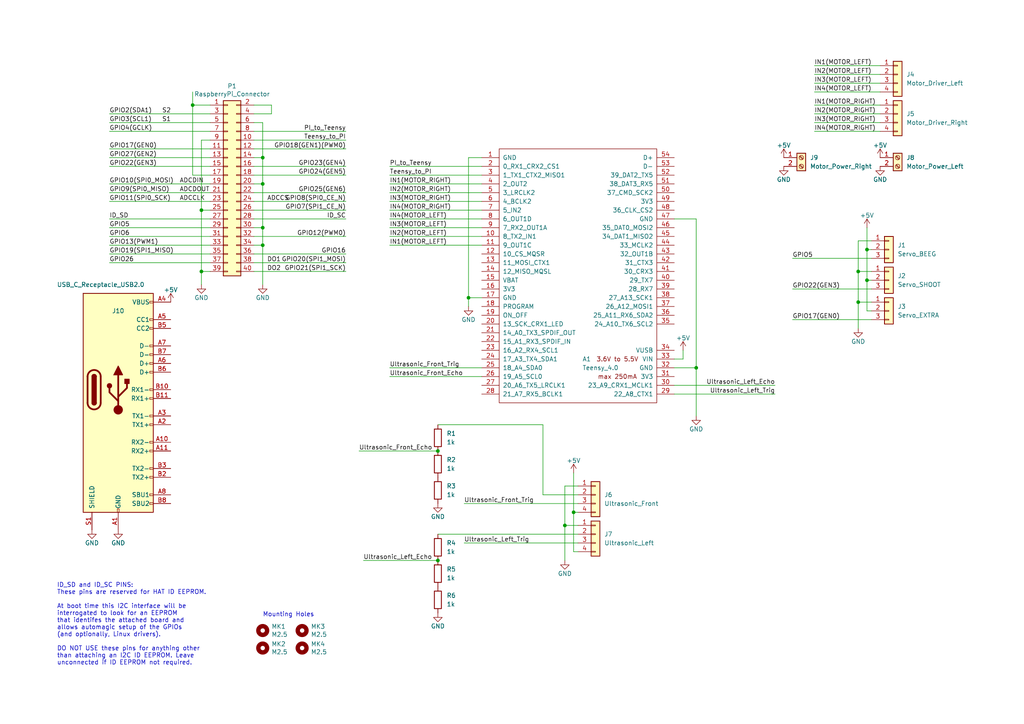
<source format=kicad_sch>
(kicad_sch (version 20211123) (generator eeschema)
  (paper "A4")
  (title_block (date "15 nov 2012"))
  (lib_symbols
    (symbol "Connector:Screw_Terminal_01x02" (pin_names (offset 1.016) hide)
      (property "Reference" "J" (at 0 2.54 0))
      (property "Value" "Screw_Terminal_01x02" (at 0 -5.08 0))
      (symbol "Screw_Terminal_01x02_1_1"
        (rectangle (start -1.27 1.27) (end 1.27 -3.81) (stroke (width 0.254)) (fill (type background)))
        (circle (center 0 -2.54) (radius 0.635) (stroke (width 0.1524)))
        (polyline (pts (xy -0.5334 -2.2098) (xy 0.3302 -3.048)) (stroke (width 0.1524)))
        (polyline (pts (xy -0.5334 0.3302) (xy 0.3302 -0.508)) (stroke (width 0.1524)))
        (polyline (pts (xy -0.3556 -2.032) (xy 0.508 -2.8702)) (stroke (width 0.1524)))
        (polyline (pts (xy -0.3556 0.508) (xy 0.508 -0.3302)) (stroke (width 0.1524)))
        (circle (center 0 0) (radius 0.635) (stroke (width 0.1524)))
        (pin passive line (at -5.08 0 0) (length 3.81) (name "Pin_1") (number "1"))
        (pin passive line (at -5.08 -2.54 0) (length 3.81) (name "Pin_2") (number "2"))
      )
    )
    (symbol "Connector:USB_C_Receptacle" (pin_names (offset 1.016))
      (property "Reference" "J" (at -10.16 29.21 0))
      (property "Value" "USB_C_Receptacle" (at 10.16 29.21 0))
      (symbol "USB_C_Receptacle_0_0"
        (rectangle (start -0.254 -35.56) (end 0.254 -34.544))
        (rectangle (start 10.16 -32.766) (end 9.144 -33.274))
        (rectangle (start 10.16 -30.226) (end 9.144 -30.734))
        (rectangle (start 10.16 -25.146) (end 9.144 -25.654))
        (rectangle (start 10.16 -22.606) (end 9.144 -23.114))
        (rectangle (start 10.16 -17.526) (end 9.144 -18.034))
        (rectangle (start 10.16 -14.986) (end 9.144 -15.494))
        (rectangle (start 10.16 -9.906) (end 9.144 -10.414))
        (rectangle (start 10.16 -7.366) (end 9.144 -7.874))
        (rectangle (start 10.16 -2.286) (end 9.144 -2.794))
        (rectangle (start 10.16 0.254) (end 9.144 -0.254))
        (rectangle (start 10.16 5.334) (end 9.144 4.826))
        (rectangle (start 10.16 7.874) (end 9.144 7.366))
        (rectangle (start 10.16 10.414) (end 9.144 9.906))
        (rectangle (start 10.16 12.954) (end 9.144 12.446))
        (rectangle (start 10.16 18.034) (end 9.144 17.526))
        (rectangle (start 10.16 20.574) (end 9.144 20.066))
        (rectangle (start 10.16 25.654) (end 9.144 25.146))
      )
      (symbol "USB_C_Receptacle_0_1"
        (rectangle (start -10.16 27.94) (end 10.16 -35.56) (stroke (width 0.254)) (fill (type background)))
        (arc (start -8.89 -3.81) (mid -6.985 -5.715) (end -5.08 -3.81) (stroke (width 0.508)))
        (arc (start -7.62 -3.81) (mid -6.985 -4.445) (end -6.35 -3.81) (stroke (width 0.254)))
        (arc (start -7.62 -3.81) (mid -6.985 -4.445) (end -6.35 -3.81) (stroke (width 0.254)) (fill (type outline)))
        (rectangle (start -7.62 -3.81) (end -6.35 3.81) (stroke (width 0.254)) (fill (type outline)))
        (arc (start -6.35 3.81) (mid -6.985 4.445) (end -7.62 3.81) (stroke (width 0.254)))
        (arc (start -6.35 3.81) (mid -6.985 4.445) (end -7.62 3.81) (stroke (width 0.254)) (fill (type outline)))
        (arc (start -5.08 3.81) (mid -6.985 5.715) (end -8.89 3.81) (stroke (width 0.508)))
        (polyline (pts (xy -8.89 -3.81) (xy -8.89 3.81)) (stroke (width 0.508)))
        (polyline (pts (xy -5.08 3.81) (xy -5.08 -3.81)) (stroke (width 0.508)))
      )
      (symbol "USB_C_Receptacle_1_1"
        (circle (center -2.54 1.143) (radius 0.635) (stroke (width 0.254)) (fill (type outline)))
        (circle (center 0 -5.842) (radius 1.27) (fill (type outline)))
        (polyline (pts (xy 0 -5.842) (xy 0 4.318)) (stroke (width 0.508)))
        (polyline (pts (xy 0 -3.302) (xy -2.54 -0.762) (xy -2.54 0.508)) (stroke (width 0.508)))
        (polyline (pts (xy 0 -2.032) (xy 2.54 0.508) (xy 2.54 1.778)) (stroke (width 0.508)))
        (polyline (pts (xy -1.27 4.318) (xy 0 6.858) (xy 1.27 4.318) (xy -1.27 4.318)) (stroke (width 0.254)) (fill (type outline)))
        (rectangle (start 1.905 1.778) (end 3.175 3.048) (stroke (width 0.254)) (fill (type outline)))
        (pin passive line (at 0 -40.64 90) (length 5.08) (name "GND") (number "A1"))
        (pin bidirectional line (at 15.24 -15.24 180) (length 5.08) (name "RX2-") (number "A10"))
        (pin bidirectional line (at 15.24 -17.78 180) (length 5.08) (name "RX2+") (number "A11"))
        (pin passive line (at 0 -40.64 90) (length 5.08) hide (name "GND") (number "A12"))
        (pin bidirectional line (at 15.24 -10.16 180) (length 5.08) (name "TX1+") (number "A2"))
        (pin bidirectional line (at 15.24 -7.62 180) (length 5.08) (name "TX1-") (number "A3"))
        (pin passive line (at 15.24 25.4 180) (length 5.08) (name "VBUS") (number "A4"))
        (pin bidirectional line (at 15.24 20.32 180) (length 5.08) (name "CC1") (number "A5"))
        (pin bidirectional line (at 15.24 7.62 180) (length 5.08) (name "D+") (number "A6"))
        (pin bidirectional line (at 15.24 12.7 180) (length 5.08) (name "D-") (number "A7"))
        (pin bidirectional line (at 15.24 -30.48 180) (length 5.08) (name "SBU1") (number "A8"))
        (pin passive line (at 15.24 25.4 180) (length 5.08) hide (name "VBUS") (number "A9"))
        (pin passive line (at 0 -40.64 90) (length 5.08) hide (name "GND") (number "B1"))
        (pin bidirectional line (at 15.24 0 180) (length 5.08) (name "RX1-") (number "B10"))
        (pin bidirectional line (at 15.24 -2.54 180) (length 5.08) (name "RX1+") (number "B11"))
        (pin passive line (at 0 -40.64 90) (length 5.08) hide (name "GND") (number "B12"))
        (pin bidirectional line (at 15.24 -25.4 180) (length 5.08) (name "TX2+") (number "B2"))
        (pin bidirectional line (at 15.24 -22.86 180) (length 5.08) (name "TX2-") (number "B3"))
        (pin passive line (at 15.24 25.4 180) (length 5.08) hide (name "VBUS") (number "B4"))
        (pin bidirectional line (at 15.24 17.78 180) (length 5.08) (name "CC2") (number "B5"))
        (pin bidirectional line (at 15.24 5.08 180) (length 5.08) (name "D+") (number "B6"))
        (pin bidirectional line (at 15.24 10.16 180) (length 5.08) (name "D-") (number "B7"))
        (pin bidirectional line (at 15.24 -33.02 180) (length 5.08) (name "SBU2") (number "B8"))
        (pin passive line (at 15.24 25.4 180) (length 5.08) hide (name "VBUS") (number "B9"))
        (pin passive line (at -7.62 -40.64 90) (length 5.08) (name "SHIELD") (number "S1"))
      )
    )
    (symbol "Connector_Generic:Conn_01x03" (pin_names (offset 1.016) hide)
      (property "Reference" "J" (at 0 5.08 0))
      (property "Value" "Conn_01x03" (at 0 -5.08 0))
      (symbol "Conn_01x03_1_1"
        (rectangle (start -1.27 -2.413) (end 0 -2.667) (stroke (width 0.1524)))
        (rectangle (start -1.27 0.127) (end 0 -0.127) (stroke (width 0.1524)))
        (rectangle (start -1.27 2.667) (end 0 2.413) (stroke (width 0.1524)))
        (rectangle (start -1.27 3.81) (end 1.27 -3.81) (stroke (width 0.254)) (fill (type background)))
        (pin passive line (at -5.08 2.54 0) (length 3.81) (name "Pin_1") (number "1"))
        (pin passive line (at -5.08 0 0) (length 3.81) (name "Pin_2") (number "2"))
        (pin passive line (at -5.08 -2.54 0) (length 3.81) (name "Pin_3") (number "3"))
      )
    )
    (symbol "Connector_Generic:Conn_01x04" (pin_names (offset 1.016) hide)
      (property "Reference" "J" (at 0 5.08 0))
      (property "Value" "Conn_01x04" (at 0 -7.62 0))
      (symbol "Conn_01x04_1_1"
        (rectangle (start -1.27 -4.953) (end 0 -5.207) (stroke (width 0.1524)))
        (rectangle (start -1.27 -2.413) (end 0 -2.667) (stroke (width 0.1524)))
        (rectangle (start -1.27 0.127) (end 0 -0.127) (stroke (width 0.1524)))
        (rectangle (start -1.27 2.667) (end 0 2.413) (stroke (width 0.1524)))
        (rectangle (start -1.27 3.81) (end 1.27 -6.35) (stroke (width 0.254)) (fill (type background)))
        (pin passive line (at -5.08 2.54 0) (length 3.81) (name "Pin_1") (number "1"))
        (pin passive line (at -5.08 0 0) (length 3.81) (name "Pin_2") (number "2"))
        (pin passive line (at -5.08 -2.54 0) (length 3.81) (name "Pin_3") (number "3"))
        (pin passive line (at -5.08 -5.08 0) (length 3.81) (name "Pin_4") (number "4"))
      )
    )
    (symbol "Connector_Generic:Conn_02x20_Odd_Even" (pin_names (offset 1.016) hide)
      (property "Reference" "J" (at 1.27 25.4 0))
      (property "Value" "Conn_02x20_Odd_Even" (at 1.27 -27.94 0))
      (symbol "Conn_02x20_Odd_Even_1_1"
        (rectangle (start -1.27 -25.273) (end 0 -25.527) (stroke (width 0.1524)))
        (rectangle (start -1.27 -22.733) (end 0 -22.987) (stroke (width 0.1524)))
        (rectangle (start -1.27 -20.193) (end 0 -20.447) (stroke (width 0.1524)))
        (rectangle (start -1.27 -17.653) (end 0 -17.907) (stroke (width 0.1524)))
        (rectangle (start -1.27 -15.113) (end 0 -15.367) (stroke (width 0.1524)))
        (rectangle (start -1.27 -12.573) (end 0 -12.827) (stroke (width 0.1524)))
        (rectangle (start -1.27 -10.033) (end 0 -10.287) (stroke (width 0.1524)))
        (rectangle (start -1.27 -7.493) (end 0 -7.747) (stroke (width 0.1524)))
        (rectangle (start -1.27 -4.953) (end 0 -5.207) (stroke (width 0.1524)))
        (rectangle (start -1.27 -2.413) (end 0 -2.667) (stroke (width 0.1524)))
        (rectangle (start -1.27 0.127) (end 0 -0.127) (stroke (width 0.1524)))
        (rectangle (start -1.27 2.667) (end 0 2.413) (stroke (width 0.1524)))
        (rectangle (start -1.27 5.207) (end 0 4.953) (stroke (width 0.1524)))
        (rectangle (start -1.27 7.747) (end 0 7.493) (stroke (width 0.1524)))
        (rectangle (start -1.27 10.287) (end 0 10.033) (stroke (width 0.1524)))
        (rectangle (start -1.27 12.827) (end 0 12.573) (stroke (width 0.1524)))
        (rectangle (start -1.27 15.367) (end 0 15.113) (stroke (width 0.1524)))
        (rectangle (start -1.27 17.907) (end 0 17.653) (stroke (width 0.1524)))
        (rectangle (start -1.27 20.447) (end 0 20.193) (stroke (width 0.1524)))
        (rectangle (start -1.27 22.987) (end 0 22.733) (stroke (width 0.1524)))
        (rectangle (start -1.27 24.13) (end 3.81 -26.67) (stroke (width 0.254)) (fill (type background)))
        (rectangle (start 3.81 -25.273) (end 2.54 -25.527) (stroke (width 0.1524)))
        (rectangle (start 3.81 -22.733) (end 2.54 -22.987) (stroke (width 0.1524)))
        (rectangle (start 3.81 -20.193) (end 2.54 -20.447) (stroke (width 0.1524)))
        (rectangle (start 3.81 -17.653) (end 2.54 -17.907) (stroke (width 0.1524)))
        (rectangle (start 3.81 -15.113) (end 2.54 -15.367) (stroke (width 0.1524)))
        (rectangle (start 3.81 -12.573) (end 2.54 -12.827) (stroke (width 0.1524)))
        (rectangle (start 3.81 -10.033) (end 2.54 -10.287) (stroke (width 0.1524)))
        (rectangle (start 3.81 -7.493) (end 2.54 -7.747) (stroke (width 0.1524)))
        (rectangle (start 3.81 -4.953) (end 2.54 -5.207) (stroke (width 0.1524)))
        (rectangle (start 3.81 -2.413) (end 2.54 -2.667) (stroke (width 0.1524)))
        (rectangle (start 3.81 0.127) (end 2.54 -0.127) (stroke (width 0.1524)))
        (rectangle (start 3.81 2.667) (end 2.54 2.413) (stroke (width 0.1524)))
        (rectangle (start 3.81 5.207) (end 2.54 4.953) (stroke (width 0.1524)))
        (rectangle (start 3.81 7.747) (end 2.54 7.493) (stroke (width 0.1524)))
        (rectangle (start 3.81 10.287) (end 2.54 10.033) (stroke (width 0.1524)))
        (rectangle (start 3.81 12.827) (end 2.54 12.573) (stroke (width 0.1524)))
        (rectangle (start 3.81 15.367) (end 2.54 15.113) (stroke (width 0.1524)))
        (rectangle (start 3.81 17.907) (end 2.54 17.653) (stroke (width 0.1524)))
        (rectangle (start 3.81 20.447) (end 2.54 20.193) (stroke (width 0.1524)))
        (rectangle (start 3.81 22.987) (end 2.54 22.733) (stroke (width 0.1524)))
        (pin passive line (at -5.08 22.86 0) (length 3.81) (name "Pin_1") (number "1"))
        (pin passive line (at 7.62 12.7 180) (length 3.81) (name "Pin_10") (number "10"))
        (pin passive line (at -5.08 10.16 0) (length 3.81) (name "Pin_11") (number "11"))
        (pin passive line (at 7.62 10.16 180) (length 3.81) (name "Pin_12") (number "12"))
        (pin passive line (at -5.08 7.62 0) (length 3.81) (name "Pin_13") (number "13"))
        (pin passive line (at 7.62 7.62 180) (length 3.81) (name "Pin_14") (number "14"))
        (pin passive line (at -5.08 5.08 0) (length 3.81) (name "Pin_15") (number "15"))
        (pin passive line (at 7.62 5.08 180) (length 3.81) (name "Pin_16") (number "16"))
        (pin passive line (at -5.08 2.54 0) (length 3.81) (name "Pin_17") (number "17"))
        (pin passive line (at 7.62 2.54 180) (length 3.81) (name "Pin_18") (number "18"))
        (pin passive line (at -5.08 0 0) (length 3.81) (name "Pin_19") (number "19"))
        (pin passive line (at 7.62 22.86 180) (length 3.81) (name "Pin_2") (number "2"))
        (pin passive line (at 7.62 0 180) (length 3.81) (name "Pin_20") (number "20"))
        (pin passive line (at -5.08 -2.54 0) (length 3.81) (name "Pin_21") (number "21"))
        (pin passive line (at 7.62 -2.54 180) (length 3.81) (name "Pin_22") (number "22"))
        (pin passive line (at -5.08 -5.08 0) (length 3.81) (name "Pin_23") (number "23"))
        (pin passive line (at 7.62 -5.08 180) (length 3.81) (name "Pin_24") (number "24"))
        (pin passive line (at -5.08 -7.62 0) (length 3.81) (name "Pin_25") (number "25"))
        (pin passive line (at 7.62 -7.62 180) (length 3.81) (name "Pin_26") (number "26"))
        (pin passive line (at -5.08 -10.16 0) (length 3.81) (name "Pin_27") (number "27"))
        (pin passive line (at 7.62 -10.16 180) (length 3.81) (name "Pin_28") (number "28"))
        (pin passive line (at -5.08 -12.7 0) (length 3.81) (name "Pin_29") (number "29"))
        (pin passive line (at -5.08 20.32 0) (length 3.81) (name "Pin_3") (number "3"))
        (pin passive line (at 7.62 -12.7 180) (length 3.81) (name "Pin_30") (number "30"))
        (pin passive line (at -5.08 -15.24 0) (length 3.81) (name "Pin_31") (number "31"))
        (pin passive line (at 7.62 -15.24 180) (length 3.81) (name "Pin_32") (number "32"))
        (pin passive line (at -5.08 -17.78 0) (length 3.81) (name "Pin_33") (number "33"))
        (pin passive line (at 7.62 -17.78 180) (length 3.81) (name "Pin_34") (number "34"))
        (pin passive line (at -5.08 -20.32 0) (length 3.81) (name "Pin_35") (number "35"))
        (pin passive line (at 7.62 -20.32 180) (length 3.81) (name "Pin_36") (number "36"))
        (pin passive line (at -5.08 -22.86 0) (length 3.81) (name "Pin_37") (number "37"))
        (pin passive line (at 7.62 -22.86 180) (length 3.81) (name "Pin_38") (number "38"))
        (pin passive line (at -5.08 -25.4 0) (length 3.81) (name "Pin_39") (number "39"))
        (pin passive line (at 7.62 20.32 180) (length 3.81) (name "Pin_4") (number "4"))
        (pin passive line (at 7.62 -25.4 180) (length 3.81) (name "Pin_40") (number "40"))
        (pin passive line (at -5.08 17.78 0) (length 3.81) (name "Pin_5") (number "5"))
        (pin passive line (at 7.62 17.78 180) (length 3.81) (name "Pin_6") (number "6"))
        (pin passive line (at -5.08 15.24 0) (length 3.81) (name "Pin_7") (number "7"))
        (pin passive line (at 7.62 15.24 180) (length 3.81) (name "Pin_8") (number "8"))
        (pin passive line (at -5.08 12.7 0) (length 3.81) (name "Pin_9") (number "9"))
      )
    )
    (symbol "Device:R" (pin_numbers hide) (pin_names (offset 0))
      (property "Reference" "R" (at 2.032 0 90))
      (property "Value" "R" (at 0 0 90))
      (symbol "R_0_1"
        (rectangle (start -1.016 -2.54) (end 1.016 2.54) (stroke (width 0.254)))
      )
      (symbol "R_1_1"
        (pin passive line (at 0 3.81 270) (length 1.27) (name "~") (number "1"))
        (pin passive line (at 0 -3.81 90) (length 1.27) (name "~") (number "2"))
      )
    )
    (symbol "Lec18-PCB_kicad-rescue:Mounting_Hole-Mechanical" (pin_names (offset 1.016))
      (property "Reference" "MK" (at 0 5.08 0))
      (property "Value" "Mounting_Hole-Mechanical" (at 0 3.175 0))
      (symbol "Mounting_Hole-Mechanical_0_1"
        (circle (center 0 0) (radius 1.27) (stroke (width 1.27)))
      )
    )
    (symbol "Teensy:Teensy4.0" (pin_names (offset 1.016))
      (property "Reference" "U" (at 0 39.37 0))
      (property "Value" "Teensy4.0" (at 0 -39.37 0))
      (symbol "Teensy4.0_0_0"
        (text "3.6V to 5.5V" (at 11.43 -24.13 0) (effects (font (size 1.27 1.27))))
        (text "max 250mA" (at 11.43 -29.21 0) (effects (font (size 1.27 1.27))))
        (pin bidirectional line (at -27.94 11.43 0) (length 5.08) (name "8_TX2_IN1") (number "10"))
        (pin bidirectional line (at -27.94 8.89 0) (length 5.08) (name "9_OUT1C") (number "11"))
        (pin bidirectional line (at -27.94 6.35 0) (length 5.08) (name "10_CS_MQSR") (number "12"))
        (pin bidirectional line (at -27.94 3.81 0) (length 5.08) (name "11_MOSI_CTX1") (number "13"))
        (pin bidirectional line (at -27.94 1.27 0) (length 5.08) (name "12_MISO_MQSL") (number "14"))
        (pin power_in line (at -27.94 -1.27 0) (length 5.08) (name "VBAT") (number "15"))
        (pin power_in line (at -27.94 -3.81 0) (length 5.08) (name "3V3") (number "16"))
        (pin power_in line (at -27.94 -6.35 0) (length 5.08) (name "GND") (number "17"))
        (pin input line (at -27.94 -8.89 0) (length 5.08) (name "PROGRAM") (number "18"))
        (pin input line (at -27.94 -11.43 0) (length 5.08) (name "ON_OFF") (number "19"))
        (pin bidirectional line (at -27.94 -13.97 0) (length 5.08) (name "13_SCK_CRX1_LED") (number "20"))
        (pin bidirectional line (at -27.94 -16.51 0) (length 5.08) (name "14_A0_TX3_SPDIF_OUT") (number "21"))
        (pin bidirectional line (at -27.94 -19.05 0) (length 5.08) (name "15_A1_RX3_SPDIF_IN") (number "22"))
        (pin bidirectional line (at -27.94 -21.59 0) (length 5.08) (name "16_A2_RX4_SCL1") (number "23"))
        (pin bidirectional line (at -27.94 -24.13 0) (length 5.08) (name "17_A3_TX4_SDA1") (number "24"))
        (pin bidirectional line (at -27.94 -26.67 0) (length 5.08) (name "18_A4_SDA0") (number "25"))
        (pin bidirectional line (at -27.94 -29.21 0) (length 5.08) (name "19_A5_SCL0") (number "26"))
        (pin bidirectional line (at -27.94 -31.75 0) (length 5.08) (name "20_A6_TX5_LRCLK1") (number "27"))
        (pin bidirectional line (at -27.94 -34.29 0) (length 5.08) (name "21_A7_RX5_BCLK1") (number "28"))
        (pin bidirectional line (at 27.94 -34.29 180) (length 5.08) (name "22_A8_CTX1") (number "29"))
        (pin bidirectional line (at 27.94 -31.75 180) (length 5.08) (name "23_A9_CRX1_MCLK1") (number "30"))
        (pin power_out line (at 27.94 -29.21 180) (length 5.08) (name "3V3") (number "31"))
        (pin power_in line (at 27.94 -26.67 180) (length 5.08) (name "GND") (number "32"))
        (pin power_in line (at 27.94 -24.13 180) (length 5.08) (name "VIN") (number "33"))
        (pin power_out line (at 27.94 -21.59 180) (length 5.08) (name "VUSB") (number "34"))
        (pin bidirectional line (at 27.94 -13.97 180) (length 5.08) (name "24_A10_TX6_SCL2") (number "35"))
        (pin bidirectional line (at 27.94 -11.43 180) (length 5.08) (name "25_A11_RX6_SDA2") (number "36"))
        (pin bidirectional line (at 27.94 -8.89 180) (length 5.08) (name "26_A12_MOSI1") (number "37"))
        (pin bidirectional line (at 27.94 -6.35 180) (length 5.08) (name "27_A13_SCK1") (number "38"))
        (pin bidirectional line (at 27.94 -3.81 180) (length 5.08) (name "28_RX7") (number "39"))
        (pin bidirectional line (at 27.94 -1.27 180) (length 5.08) (name "29_TX7") (number "40"))
        (pin bidirectional line (at 27.94 1.27 180) (length 5.08) (name "30_CRX3") (number "41"))
        (pin bidirectional line (at 27.94 3.81 180) (length 5.08) (name "31_CTX3") (number "42"))
        (pin bidirectional line (at 27.94 6.35 180) (length 5.08) (name "32_OUT1B") (number "43"))
        (pin bidirectional line (at 27.94 8.89 180) (length 5.08) (name "33_MCLK2") (number "44"))
        (pin bidirectional line (at 27.94 11.43 180) (length 5.08) (name "34_DAT1_MISO2") (number "45"))
        (pin bidirectional line (at 27.94 13.97 180) (length 5.08) (name "35_DAT0_MOSI2") (number "46"))
        (pin power_out line (at 27.94 16.51 180) (length 5.08) (name "GND") (number "47"))
        (pin bidirectional line (at 27.94 19.05 180) (length 5.08) (name "36_CLK_CS2") (number "48"))
        (pin power_out line (at 27.94 21.59 180) (length 5.08) (name "3V3") (number "49"))
        (pin bidirectional line (at -27.94 24.13 0) (length 5.08) (name "3_LRCLK2") (number "5"))
        (pin bidirectional line (at 27.94 24.13 180) (length 5.08) (name "37_CMD_SCK2") (number "50"))
        (pin bidirectional line (at 27.94 26.67 180) (length 5.08) (name "38_DAT3_RX5") (number "51"))
        (pin bidirectional line (at 27.94 29.21 180) (length 5.08) (name "39_DAT2_TX5") (number "52"))
        (pin bidirectional line (at 27.94 31.75 180) (length 5.08) (name "D-") (number "53"))
        (pin bidirectional line (at 27.94 34.29 180) (length 5.08) (name "D+") (number "54"))
        (pin bidirectional line (at -27.94 21.59 0) (length 5.08) (name "4_BCLK2") (number "6"))
        (pin bidirectional line (at -27.94 19.05 0) (length 5.08) (name "5_IN2") (number "7"))
        (pin bidirectional line (at -27.94 16.51 0) (length 5.08) (name "6_OUT1D") (number "8"))
        (pin bidirectional line (at -27.94 13.97 0) (length 5.08) (name "7_RX2_OUT1A") (number "9"))
      )
      (symbol "Teensy4.0_0_1"
        (rectangle (start -22.86 36.83) (end 22.86 -36.83))
        (rectangle (start -20.32 -31.75) (end -20.32 -31.75))
      )
      (symbol "Teensy4.0_1_1"
        (pin power_in line (at -27.94 34.29 0) (length 5.08) (name "GND") (number "1"))
        (pin bidirectional line (at -27.94 31.75 0) (length 5.08) (name "0_RX1_CRX2_CS1") (number "2"))
        (pin bidirectional line (at -27.94 29.21 0) (length 5.08) (name "1_TX1_CTX2_MISO1") (number "3"))
        (pin bidirectional line (at -27.94 26.67 0) (length 5.08) (name "2_OUT2") (number "4"))
      )
    )
    (symbol "power:+5V" (power) (pin_names (offset 0))
      (property "Value" "+5V" (at 0 3.556 0))
      (symbol "+5V_0_1"
        (polyline (pts (xy -0.762 1.27) (xy 0 2.54)))
        (polyline (pts (xy 0 0) (xy 0 2.54)))
        (polyline (pts (xy 0 2.54) (xy 0.762 1.27)))
      )
      (symbol "+5V_1_1"
        (pin power_in line (at 0 0 90) (length 0) hide (name "+5V") (number "1"))
      )
    )
    (symbol "power:GND" (power) (pin_names (offset 0))
      (property "Value" "GND" (at 0 -3.81 0))
      (symbol "GND_0_1"
        (polyline (pts (xy 0 0) (xy 0 -1.27) (xy 1.27 -1.27) (xy 0 -2.54) (xy -1.27 -1.27) (xy 0 -1.27)))
      )
      (symbol "GND_1_1"
        (pin power_in line (at 0 0 270) (length 0) hide (name "GND") (number "1"))
      )
    )
  )
  (junction (at 76.2 45.72))
  (junction (at 166.37 148.59))
  (junction (at 248.92 87.63))
  (junction (at 76.2 66.04))
  (junction (at 58.42 78.74))
  (junction (at 127 130.81))
  (junction (at 127 162.56))
  (junction (at 251.46 81.28))
  (junction (at 76.2 53.34))
  (junction (at 55.88 30.48))
  (junction (at 135.89 86.36))
  (junction (at 251.46 72.39))
  (junction (at 76.2 71.12))
  (junction (at 58.42 60.96))
  (junction (at 248.92 78.74))
  (junction (at 201.93 106.68))
  (junction (at 163.83 152.4))
  (wire (pts (xy 78.74 33.02) (xy 73.66 33.02)))
  (wire (pts (xy 252.73 78.74) (xy 248.92 78.74)))
  (wire (pts (xy 157.48 123.19) (xy 127 123.19)))
  (wire (pts (xy 55.88 30.48) (xy 55.88 50.8)))
  (wire (pts (xy 201.93 106.68) (xy 201.93 120.65)))
  (wire (pts (xy 236.22 38.1) (xy 255.27 38.1)))
  (wire (pts (xy 236.22 19.05) (xy 255.27 19.05)))
  (wire (pts (xy 76.2 71.12) (xy 73.66 71.12)))
  (wire (pts (xy 135.89 45.72) (xy 139.7 45.72)))
  (wire (pts (xy 60.96 53.34) (xy 31.75 53.34)))
  (wire (pts (xy 113.03 50.8) (xy 139.7 50.8)))
  (wire (pts (xy 248.92 78.74) (xy 248.92 87.63)))
  (wire (pts (xy 135.89 86.36) (xy 135.89 88.9)))
  (wire (pts (xy 167.64 148.59) (xy 166.37 148.59)))
  (wire (pts (xy 135.89 86.36) (xy 139.7 86.36)))
  (wire (pts (xy 105.41 162.56) (xy 127 162.56)))
  (wire (pts (xy 252.73 69.85) (xy 248.92 69.85)))
  (wire (pts (xy 236.22 26.67) (xy 255.27 26.67)))
  (wire (pts (xy 73.66 48.26) (xy 100.33 48.26)))
  (wire (pts (xy 157.48 123.19) (xy 157.48 143.51)))
  (wire (pts (xy 113.03 58.42) (xy 139.7 58.42)))
  (wire (pts (xy 76.2 71.12) (xy 76.2 82.55)))
  (wire (pts (xy 113.03 66.04) (xy 139.7 66.04)))
  (wire (pts (xy 73.66 55.88) (xy 100.33 55.88)))
  (wire (pts (xy 76.2 45.72) (xy 73.66 45.72)))
  (wire (pts (xy 58.42 40.64) (xy 60.96 40.64)))
  (wire (pts (xy 251.46 72.39) (xy 251.46 81.28)))
  (wire (pts (xy 113.03 48.26) (xy 139.7 48.26)))
  (wire (pts (xy 73.66 73.66) (xy 100.33 73.66)))
  (wire (pts (xy 229.87 92.71) (xy 252.73 92.71)))
  (wire (pts (xy 58.42 78.74) (xy 60.96 78.74)))
  (wire (pts (xy 224.79 111.76) (xy 195.58 111.76)))
  (wire (pts (xy 31.75 66.04) (xy 60.96 66.04)))
  (wire (pts (xy 229.87 74.93) (xy 252.73 74.93)))
  (wire (pts (xy 58.42 60.96) (xy 58.42 78.74)))
  (wire (pts (xy 113.03 63.5) (xy 139.7 63.5)))
  (wire (pts (xy 167.64 160.02) (xy 166.37 160.02)))
  (wire (pts (xy 31.75 73.66) (xy 60.96 73.66)))
  (wire (pts (xy 73.66 68.58) (xy 100.33 68.58)))
  (wire (pts (xy 76.2 53.34) (xy 76.2 66.04)))
  (wire (pts (xy 31.75 55.88) (xy 60.96 55.88)))
  (wire (pts (xy 252.73 72.39) (xy 251.46 72.39)))
  (wire (pts (xy 134.62 146.05) (xy 167.64 146.05)))
  (wire (pts (xy 100.33 40.64) (xy 73.66 40.64)))
  (wire (pts (xy 163.83 152.4) (xy 163.83 162.56)))
  (wire (pts (xy 248.92 87.63) (xy 248.92 95.25)))
  (wire (pts (xy 236.22 35.56) (xy 255.27 35.56)))
  (wire (pts (xy 78.74 30.48) (xy 78.74 33.02)))
  (wire (pts (xy 73.66 60.96) (xy 100.33 60.96)))
  (wire (pts (xy 78.74 30.48) (xy 73.66 30.48)))
  (wire (pts (xy 31.75 35.56) (xy 60.96 35.56)))
  (wire (pts (xy 251.46 81.28) (xy 251.46 90.17)))
  (wire (pts (xy 55.88 50.8) (xy 60.96 50.8)))
  (wire (pts (xy 252.73 81.28) (xy 251.46 81.28)))
  (wire (pts (xy 31.75 48.26) (xy 60.96 48.26)))
  (wire (pts (xy 31.75 45.72) (xy 60.96 45.72)))
  (wire (pts (xy 73.66 63.5) (xy 100.33 63.5)))
  (wire (pts (xy 248.92 69.85) (xy 248.92 78.74)))
  (wire (pts (xy 31.75 68.58) (xy 60.96 68.58)))
  (wire (pts (xy 163.83 140.97) (xy 163.83 152.4)))
  (wire (pts (xy 76.2 66.04) (xy 76.2 71.12)))
  (wire (pts (xy 252.73 87.63) (xy 248.92 87.63)))
  (wire (pts (xy 58.42 78.74) (xy 58.42 82.55)))
  (wire (pts (xy 229.87 83.82) (xy 252.73 83.82)))
  (wire (pts (xy 76.2 66.04) (xy 73.66 66.04)))
  (wire (pts (xy 135.89 45.72) (xy 135.89 86.36)))
  (wire (pts (xy 73.66 43.18) (xy 100.33 43.18)))
  (wire (pts (xy 167.64 152.4) (xy 163.83 152.4)))
  (wire (pts (xy 104.14 130.81) (xy 127 130.81)))
  (wire (pts (xy 166.37 148.59) (xy 166.37 160.02)))
  (wire (pts (xy 195.58 63.5) (xy 201.93 63.5)))
  (wire (pts (xy 58.42 60.96) (xy 60.96 60.96)))
  (wire (pts (xy 113.03 68.58) (xy 139.7 68.58)))
  (wire (pts (xy 100.33 38.1) (xy 73.66 38.1)))
  (wire (pts (xy 55.88 30.48) (xy 60.96 30.48)))
  (wire (pts (xy 58.42 40.64) (xy 58.42 60.96)))
  (wire (pts (xy 134.62 157.48) (xy 167.64 157.48)))
  (wire (pts (xy 224.79 114.3) (xy 195.58 114.3)))
  (wire (pts (xy 113.03 109.22) (xy 139.7 109.22)))
  (wire (pts (xy 113.03 55.88) (xy 139.7 55.88)))
  (wire (pts (xy 195.58 104.14) (xy 198.12 104.14)))
  (wire (pts (xy 167.64 140.97) (xy 163.83 140.97)))
  (wire (pts (xy 73.66 78.74) (xy 100.33 78.74)))
  (wire (pts (xy 195.58 106.68) (xy 201.93 106.68)))
  (wire (pts (xy 166.37 137.16) (xy 166.37 148.59)))
  (wire (pts (xy 60.96 63.5) (xy 31.75 63.5)))
  (wire (pts (xy 55.88 26.67) (xy 55.88 30.48)))
  (wire (pts (xy 113.03 53.34) (xy 139.7 53.34)))
  (wire (pts (xy 236.22 33.02) (xy 255.27 33.02)))
  (wire (pts (xy 198.12 101.6) (xy 198.12 104.14)))
  (wire (pts (xy 76.2 45.72) (xy 76.2 53.34)))
  (wire (pts (xy 73.66 58.42) (xy 100.33 58.42)))
  (wire (pts (xy 113.03 106.68) (xy 139.7 106.68)))
  (wire (pts (xy 76.2 35.56) (xy 73.66 35.56)))
  (wire (pts (xy 73.66 50.8) (xy 100.33 50.8)))
  (wire (pts (xy 113.03 71.12) (xy 139.7 71.12)))
  (wire (pts (xy 113.03 60.96) (xy 139.7 60.96)))
  (wire (pts (xy 76.2 35.56) (xy 76.2 45.72)))
  (wire (pts (xy 60.96 43.18) (xy 31.75 43.18)))
  (wire (pts (xy 157.48 143.51) (xy 167.64 143.51)))
  (wire (pts (xy 236.22 24.13) (xy 255.27 24.13)))
  (wire (pts (xy 236.22 30.48) (xy 255.27 30.48)))
  (wire (pts (xy 60.96 71.12) (xy 31.75 71.12)))
  (wire (pts (xy 127 154.94) (xy 167.64 154.94)))
  (wire (pts (xy 31.75 38.1) (xy 60.96 38.1)))
  (wire (pts (xy 236.22 21.59) (xy 255.27 21.59)))
  (wire (pts (xy 73.66 76.2) (xy 100.33 76.2)))
  (wire (pts (xy 201.93 63.5) (xy 201.93 106.68)))
  (wire (pts (xy 252.73 90.17) (xy 251.46 90.17)))
  (wire (pts (xy 31.75 76.2) (xy 60.96 76.2)))
  (wire (pts (xy 60.96 33.02) (xy 31.75 33.02)))
  (wire (pts (xy 76.2 53.34) (xy 73.66 53.34)))
  (wire (pts (xy 31.75 58.42) (xy 60.96 58.42)))
  (wire (pts (xy 251.46 66.04) (xy 251.46 72.39)))
  (text "Mounting Holes" (at 76.2 179.07 0) (effects (font (size 1.27 1.27)) (justify left bottom)))
  (text "ID_SD and ID_SC PINS:\nThese pins are reserved for HAT ID EEPROM.\n\nAt boot time this I2C interface will be\ninterrogated to look for an EEPROM\nthat identifes the attached board and\nallows automagic setup of the GPIOs\n(and optionally, Linux drivers).\n\nDO NOT USE these pins for anything other\nthan attaching an I2C ID EEPROM. Leave\nunconnected if ID EEPROM not required." (at 16.51 193.04 0) (effects (font (size 1.27 1.27)) (justify left bottom)))
  (label "DO1" (at 77.47 76.2 0))
  (label "IN3(MOTOR_LEFT)" (at 113.03 66.04 0))
  (label "GPIO12(PWM0)" (at 100.33 68.58 180))
  (label "GPIO23(GEN4)" (at 100.33 48.26 180))
  (label "GPIO6" (at 31.75 68.58 0))
  (label "IN3(MOTOR_LEFT)" (at 236.22 24.13 0))
  (label "ID_SC" (at 100.33 63.5 180))
  (label "GPIO24(GEN5)" (at 100.33 50.8 180))
  (label "S1" (at 46.99 35.56 0))
  (label "IN2(MOTOR_LEFT)" (at 236.22 21.59 0))
  (label "Teensy_to_PI" (at 113.03 50.8 0))
  (label "IN3(MOTOR_RIGHT)" (at 113.03 58.42 0))
  (label "IN4(MOTOR_LEFT)" (at 113.03 63.5 0))
  (label "GPIO13(PWM1)" (at 31.75 71.12 0))
  (label "GPIO22(GEN3)" (at 229.87 83.82 0))
  (label "GPIO3(SCL1)" (at 31.75 35.56 0))
  (label "IN1(MOTOR_RIGHT)" (at 236.22 30.48 0))
  (label "IN4(MOTOR_LEFT)" (at 236.22 26.67 0))
  (label "PI_to_Teensy" (at 100.33 38.1 180))
  (label "GPIO10(SPI0_MOSI)" (at 31.75 53.34 0))
  (label "ADCCLK" (at 52.07 58.42 0))
  (label "GPIO11(SPI0_SCK)" (at 31.75 58.42 0))
  (label "GPIO9(SPI0_MISO)" (at 31.75 55.88 0))
  (label "GPIO16" (at 100.33 73.66 180))
  (label "GPIO5" (at 31.75 66.04 0))
  (label "Ultrasonic_Front_Trig" (at 134.62 146.05 0))
  (label "IN3(MOTOR_RIGHT)" (at 236.22 35.56 0))
  (label "Ultrasonic_Left_Echo" (at 105.41 162.56 0))
  (label "GPIO5" (at 229.87 74.93 0))
  (label "IN1(MOTOR_LEFT)" (at 236.22 19.05 0))
  (label "GPIO20(SPI1_MOSI)" (at 100.33 76.2 180))
  (label "GPIO21(SPI1_SCK)" (at 100.33 78.74 180))
  (label "Teensy_to_PI" (at 100.33 40.64 180))
  (label "Ultrasonic_Front_Trig" (at 113.03 106.68 0))
  (label "GPIO25(GEN6)" (at 100.33 55.88 180))
  (label "IN1(MOTOR_LEFT)" (at 113.03 71.12 0))
  (label "ADCCS" (at 77.47 58.42 0))
  (label "ADCDOUT" (at 52.07 55.88 0))
  (label "Ultrasonic_Left_Trig" (at 134.62 157.48 0))
  (label "GPIO4(GCLK)" (at 31.75 38.1 0))
  (label "GPIO17(GEN0)" (at 31.75 43.18 0))
  (label "Ultrasonic_Front_Echo" (at 113.03 109.22 0))
  (label "GPIO2(SDA1)" (at 31.75 33.02 0))
  (label "ID_SD" (at 31.75 63.5 0))
  (label "IN2(MOTOR_RIGHT)" (at 113.03 55.88 0))
  (label "PI_to_Teensy" (at 113.03 48.26 0))
  (label "ADCDIN" (at 52.07 53.34 0))
  (label "GPIO27(GEN2)" (at 31.75 45.72 0))
  (label "GPIO8(SPI0_CE_N)" (at 100.33 58.42 180))
  (label "GPIO17(GEN0)" (at 229.87 92.71 0))
  (label "GPIO7(SPI1_CE_N)" (at 100.33 60.96 180))
  (label "Ultrasonic_Left_Echo" (at 224.79 111.76 180))
  (label "IN2(MOTOR_LEFT)" (at 113.03 68.58 0))
  (label "IN1(MOTOR_RIGHT)" (at 113.03 53.34 0))
  (label "Ultrasonic_Front_Echo" (at 104.14 130.81 0))
  (label "IN4(MOTOR_RIGHT)" (at 113.03 60.96 0))
  (label "DO2" (at 77.47 78.74 0))
  (label "GPIO22(GEN3)" (at 31.75 48.26 0))
  (label "S2" (at 46.99 33.02 0))
  (label "IN2(MOTOR_RIGHT)" (at 236.22 33.02 0))
  (label "Ultrasonic_Left_Trig" (at 224.79 114.3 180))
  (label "GPIO19(SPI1_MISO)" (at 31.75 73.66 0))
  (label "IN4(MOTOR_RIGHT)" (at 236.22 38.1 0))
  (label "GPIO26" (at 31.75 76.2 0))
  (label "GPIO18(GEN1)(PWM0)" (at 100.33 43.18 180))
  (symbol (lib_id "power:+5V") (at 198.12 101.6 0) (unit 1)
    (property "Reference" "#PWR01" (effects hide))
    (property "Value" "+5V" (at 198.12 98.044 0))
  )
  (symbol (lib_id "power:GND") (at 76.2 82.55 0) (unit 1)
    (property "Reference" "#PWR02" (effects hide))
    (property "Value" "GND" (at 76.2 86.36 0))
  )
  (symbol (lib_id "power:GND") (at 58.42 82.55 0) (unit 1)
    (property "Reference" "#PWR03" (effects hide))
    (property "Value" "GND" (at 58.42 86.36 0))
  )
  (symbol (lib_id "Lec18-PCB_kicad-rescue:Mounting_Hole-Mechanical") (at 76.2 182.88 0) (unit 1)
    (property "Reference" "MK1" (at 78.74 181.7116 0) (effects (justify left)))
    (property "Value" "M2.5" (at 78.74 184.023 0) (effects (justify left)))
    (property "Footprint" "MountingHole:MountingHole_2.7mm_M2.5" (effects hide))
  )
  (symbol (lib_id "Lec18-PCB_kicad-rescue:Mounting_Hole-Mechanical") (at 87.63 182.88 0) (unit 1)
    (property "Reference" "MK3" (at 90.17 181.7116 0) (effects (justify left)))
    (property "Value" "M2.5" (at 90.17 184.023 0) (effects (justify left)))
    (property "Footprint" "MountingHole:MountingHole_2.7mm_M2.5" (effects hide))
  )
  (symbol (lib_id "Lec18-PCB_kicad-rescue:Mounting_Hole-Mechanical") (at 76.2 187.96 0) (unit 1)
    (property "Reference" "MK2" (at 78.74 186.7916 0) (effects (justify left)))
    (property "Value" "M2.5" (at 78.74 189.103 0) (effects (justify left)))
    (property "Footprint" "MountingHole:MountingHole_2.7mm_M2.5" (effects hide))
  )
  (symbol (lib_id "Lec18-PCB_kicad-rescue:Mounting_Hole-Mechanical") (at 87.63 187.96 0) (unit 1)
    (property "Reference" "MK4" (at 90.17 186.7916 0) (effects (justify left)))
    (property "Value" "M2.5" (at 90.17 189.103 0) (effects (justify left)))
    (property "Footprint" "MountingHole:MountingHole_2.7mm_M2.5" (effects hide))
  )
  (symbol (lib_id "Connector_Generic:Conn_02x20_Odd_Even") (at 66.04 53.34 0) (unit 1)
    (property "Reference" "P1" (at 67.31 24.9682 0))
    (property "Value" "RaspberryPi_Connector" (at 67.31 27.2796 0))
    (property "Footprint" "Connector_PinSocket_2.54mm:PinSocket_2x20_P2.54mm_Vertical" (effects hide))
  )
  (symbol (lib_id "Device:R") (at 127 166.37 0) (unit 1)
    (property "Reference" "R5" (at 129.54 165.0999 0) (effects (justify left)))
    (property "Value" "1k" (at 129.54 167.6399 0) (effects (justify left)))
    (property "Footprint" "Resistor_THT:R_Axial_DIN0207_L6.3mm_D2.5mm_P7.62mm_Horizontal" (effects hide))
  )
  (symbol (lib_id "Device:R") (at 127 134.62 0) (unit 1)
    (property "Reference" "R2" (at 129.54 133.3499 0) (effects (justify left)))
    (property "Value" "1k" (at 129.54 135.8899 0) (effects (justify left)))
    (property "Footprint" "Resistor_THT:R_Axial_DIN0207_L6.3mm_D2.5mm_P7.62mm_Horizontal" (effects hide))
  )
  (symbol (lib_id "Connector_Generic:Conn_01x03") (at 257.81 72.39 0) (unit 1)
    (property "Reference" "J1" (at 260.35 71.1199 0) (effects (justify left)))
    (property "Value" "Servo_BEEG" (at 260.35 73.6599 0) (effects (justify left)))
    (property "Footprint" "Connector_PinSocket_2.54mm:PinSocket_1x03_P2.54mm_Vertical" (effects hide))
  )
  (symbol (lib_id "power:GND") (at 163.83 162.56 0) (unit 1)
    (property "Reference" "#PWR0105" (effects hide))
    (property "Value" "GND" (at 163.83 166.37 0))
  )
  (symbol (lib_id "power:GND") (at 135.89 88.9 0) (unit 1)
    (property "Reference" "#PWR0106" (effects hide))
    (property "Value" "GND" (at 135.89 92.71 0))
  )
  (symbol (lib_id "power:GND") (at 127 177.8 0) (unit 1)
    (property "Reference" "#PWR0112" (effects hide))
    (property "Value" "GND" (at 127 181.61 0))
  )
  (symbol (lib_id "power:+5V") (at 166.37 137.16 0) (unit 1)
    (property "Reference" "#PWR0102" (effects hide))
    (property "Value" "+5V" (at 166.37 133.604 0))
  )
  (symbol (lib_id "power:GND") (at 34.29 153.67 0) (unit 1)
    (property "Reference" "#PWR0114" (effects hide))
    (property "Value" "GND" (at 34.29 157.48 0))
  )
  (symbol (lib_id "Connector_Generic:Conn_01x04") (at 260.35 33.02 0) (unit 1)
    (property "Reference" "J5" (at 262.89 33.0199 0) (effects (justify left)))
    (property "Value" "Motor_Driver_Right" (at 262.89 35.5599 0) (effects (justify left)))
    (property "Footprint" "Connector_PinSocket_2.54mm:PinSocket_1x04_P2.54mm_Vertical" (effects hide))
  )
  (symbol (lib_id "Connector_Generic:Conn_01x03") (at 257.81 81.28 0) (unit 1)
    (property "Reference" "J2" (at 260.35 80.0099 0) (effects (justify left)))
    (property "Value" "Servo_SHOOT" (at 260.35 82.5499 0) (effects (justify left)))
    (property "Footprint" "Connector_PinSocket_2.54mm:PinSocket_1x03_P2.54mm_Vertical" (effects hide))
  )
  (symbol (lib_id "power:GND") (at 255.27 48.26 0) (unit 1)
    (property "Reference" "#PWR0108" (effects hide))
    (property "Value" "GND" (at 255.27 52.07 0))
  )
  (symbol (lib_id "power:GND") (at 26.67 153.67 0) (unit 1)
    (property "Reference" "#PWR0115" (effects hide))
    (property "Value" "GND" (at 26.67 157.48 0))
  )
  (symbol (lib_id "Connector_Generic:Conn_01x04") (at 172.72 143.51 0) (unit 1)
    (property "Reference" "J6" (at 175.26 143.5099 0) (effects (justify left)))
    (property "Value" "Ultrasonic_Front" (at 175.26 146.0499 0) (effects (justify left)))
    (property "Footprint" "Connector_PinSocket_2.54mm:PinSocket_1x04_P2.54mm_Vertical" (effects hide))
  )
  (symbol (lib_id "Device:R") (at 127 127 0) (unit 1)
    (property "Reference" "R1" (at 129.54 125.7299 0) (effects (justify left)))
    (property "Value" "1k" (at 129.54 128.2699 0) (effects (justify left)))
    (property "Footprint" "Resistor_THT:R_Axial_DIN0207_L6.3mm_D2.5mm_P7.62mm_Horizontal" (effects hide))
  )
  (symbol (lib_id "Device:R") (at 127 142.24 0) (unit 1)
    (property "Reference" "R3" (at 129.54 140.9699 0) (effects (justify left)))
    (property "Value" "1k" (at 129.54 143.5099 0) (effects (justify left)))
    (property "Footprint" "Resistor_THT:R_Axial_DIN0207_L6.3mm_D2.5mm_P7.62mm_Horizontal" (effects hide))
  )
  (symbol (lib_id "power:+5V") (at 49.53 87.63 0) (unit 1)
    (property "Reference" "#PWR0113" (effects hide))
    (property "Value" "+5V" (at 49.53 84.074 0))
  )
  (symbol (lib_id "power:GND") (at 127 146.05 0) (unit 1)
    (property "Reference" "#PWR0111" (effects hide))
    (property "Value" "GND" (at 127 149.86 0))
  )
  (symbol (lib_id "Device:R") (at 127 173.99 0) (unit 1)
    (property "Reference" "R6" (at 129.54 172.7199 0) (effects (justify left)))
    (property "Value" "1k" (at 129.54 175.2599 0) (effects (justify left)))
    (property "Footprint" "Resistor_THT:R_Axial_DIN0207_L6.3mm_D2.5mm_P7.62mm_Horizontal" (effects hide))
  )
  (symbol (lib_id "power:GND") (at 227.33 48.26 0) (unit 1)
    (property "Reference" "#PWR0109" (effects hide))
    (property "Value" "GND" (at 227.33 52.07 0))
  )
  (symbol (lib_id "Connector:Screw_Terminal_01x02") (at 232.41 45.72 0) (unit 1)
    (property "Reference" "J9" (at 234.95 45.7199 0) (effects (justify left)))
    (property "Value" "Motor_Power_Right" (at 234.95 48.2599 0) (effects (justify left)))
    (property "Footprint" "TerminalBlock:TerminalBlock_bornier-2_P5.08mm" (effects hide))
  )
  (symbol (lib_id "Teensy:Teensy4.0") (at 167.64 80.01 0) (unit 1)
    (property "Reference" "A1" (at 168.91 104.14 0) (effects (justify left)))
    (property "Value" "Teensy_4.0" (at 168.91 106.68 0) (effects (justify left)))
    (property "Footprint" "teensy:Teensy40" (effects hide))
    (property "Datasheet" "https://content.arduino.cc/assets/NANOEveryV3.0_sch.pdf" (effects hide))
  )
  (symbol (lib_id "Connector_Generic:Conn_01x04") (at 172.72 154.94 0) (unit 1)
    (property "Reference" "J7" (at 175.26 154.9399 0) (effects (justify left)))
    (property "Value" "Ultrasonic_Left" (at 175.26 157.4799 0) (effects (justify left)))
    (property "Footprint" "Connector_PinSocket_2.54mm:PinSocket_1x04_P2.54mm_Vertical" (effects hide))
  )
  (symbol (lib_id "Connector:Screw_Terminal_01x02") (at 260.35 45.72 0) (unit 1)
    (property "Reference" "J8" (at 262.89 45.7199 0) (effects (justify left)))
    (property "Value" "Motor_Power_Left" (at 262.89 48.2599 0) (effects (justify left)))
    (property "Footprint" "TerminalBlock:TerminalBlock_bornier-2_P5.08mm" (effects hide))
  )
  (symbol (lib_id "Device:R") (at 127 158.75 0) (unit 1)
    (property "Reference" "R4" (at 129.54 157.4799 0) (effects (justify left)))
    (property "Value" "1k" (at 129.54 160.0199 0) (effects (justify left)))
    (property "Footprint" "Resistor_THT:R_Axial_DIN0207_L6.3mm_D2.5mm_P7.62mm_Horizontal" (effects hide))
  )
  (symbol (lib_id "power:+5V") (at 255.27 45.72 0) (unit 1)
    (property "Reference" "#PWR0110" (effects hide))
    (property "Value" "+5V" (at 255.27 42.164 0))
  )
  (symbol (lib_id "Connector_Generic:Conn_01x03") (at 257.81 90.17 0) (unit 1)
    (property "Reference" "J3" (at 260.35 88.8999 0) (effects (justify left)))
    (property "Value" "Servo_EXTRA" (at 260.35 91.4399 0) (effects (justify left)))
    (property "Footprint" "Connector_PinSocket_2.54mm:PinSocket_1x03_P2.54mm_Vertical" (effects hide))
  )
  (symbol (lib_id "power:GND") (at 248.92 95.25 0) (unit 1)
    (property "Reference" "#PWR0104" (effects hide))
    (property "Value" "GND" (at 248.92 99.06 0))
  )
  (symbol (lib_id "power:+5V") (at 251.46 66.04 0) (unit 1)
    (property "Reference" "#PWR0103" (effects hide))
    (property "Value" "+5V" (at 251.46 62.484 0))
  )
  (symbol (lib_id "Connector:USB_C_Receptacle") (at 34.29 113.03 0) (unit 1)
    (property "Reference" "J10" (at 34.29 90.17 0))
    (property "Value" "USB_C_Receptacle_USB2.0" (at 29.21 82.55 0))
    (property "Footprint" "Connector_USB:USB_C_Receptacle_GCT_USB4085" (effects hide))
    (property "Datasheet" "https://www.usb.org/sites/default/files/documents/usb_type-c.zip" (effects hide))
  )
  (symbol (lib_id "Connector_Generic:Conn_01x04") (at 260.35 21.59 0) (unit 1)
    (property "Reference" "J4" (at 262.89 21.5899 0) (effects (justify left)))
    (property "Value" "Motor_Driver_Left" (at 262.89 24.1299 0) (effects (justify left)))
    (property "Footprint" "Connector_PinSocket_2.54mm:PinSocket_1x04_P2.54mm_Vertical" (effects hide))
  )
  (symbol (lib_id "power:GND") (at 201.93 120.65 0) (unit 1)
    (property "Reference" "#PWR0101" (effects hide))
    (property "Value" "GND" (at 201.93 124.46 0))
  )
  (symbol (lib_id "power:+5V") (at 227.33 45.72 0) (unit 1)
    (property "Reference" "#PWR0107" (effects hide))
    (property "Value" "+5V" (at 227.33 42.164 0))
  )
)
</source>
